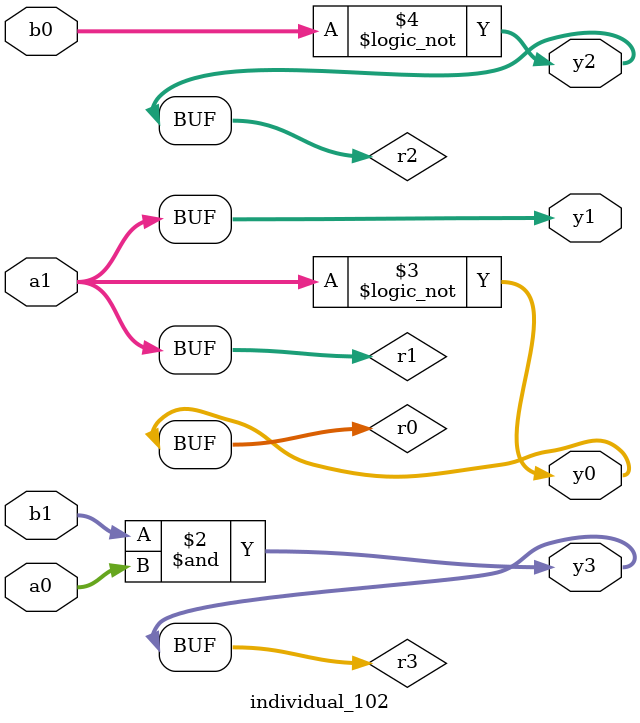
<source format=sv>
module individual_102(input logic [15:0] a1, input logic [15:0] a0, input logic [15:0] b1, input logic [15:0] b0, output logic [15:0] y3, output logic [15:0] y2, output logic [15:0] y1, output logic [15:0] y0);
logic [15:0] r0, r1, r2, r3; 
 always@(*) begin 
	 r0 = a0; r1 = a1; r2 = b0; r3 = b1; 
 	 r3  &=  r0 ;
 	 r0 = ! a1 ;
 	 r2 = ! r2 ;
 	 y3 = r3; y2 = r2; y1 = r1; y0 = r0; 
end
endmodule
</source>
